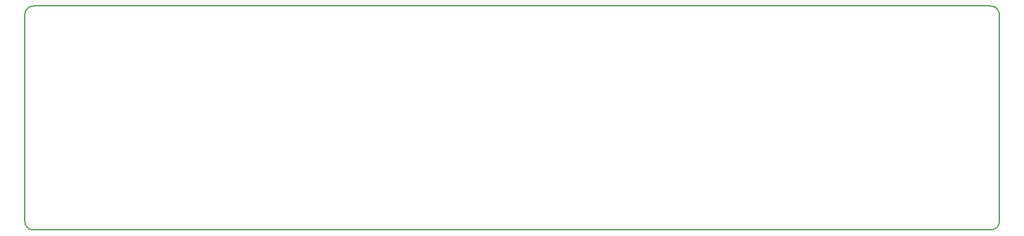
<source format=gtp>
G04*
G04 #@! TF.GenerationSoftware,Altium Limited,Altium Designer,21.9.2 (33)*
G04*
G04 Layer_Color=8421504*
%FSLAX44Y44*%
%MOMM*%
G71*
G04*
G04 #@! TF.SameCoordinates,01A70F28-8483-4680-B752-40752AB34B26*
G04*
G04*
G04 #@! TF.FilePolarity,Positive*
G04*
G01*
G75*
%ADD10C,0.1270*%
D10*
X-0Y12700D02*
G03*
X12700Y0I12700J0D01*
G01*
Y330200D02*
G03*
X0Y317500I0J-12700D01*
G01*
X1422400Y-0D02*
G03*
X1435100Y12700I0J12700D01*
G01*
X1435100Y317500D02*
G03*
X1422400Y330200I-12700J0D01*
G01*
X0Y12700D02*
Y317500D01*
X12700Y330200D02*
X1422400D01*
X12700Y0D02*
X1422400D01*
X1435100Y12700D02*
Y317500D01*
M02*

</source>
